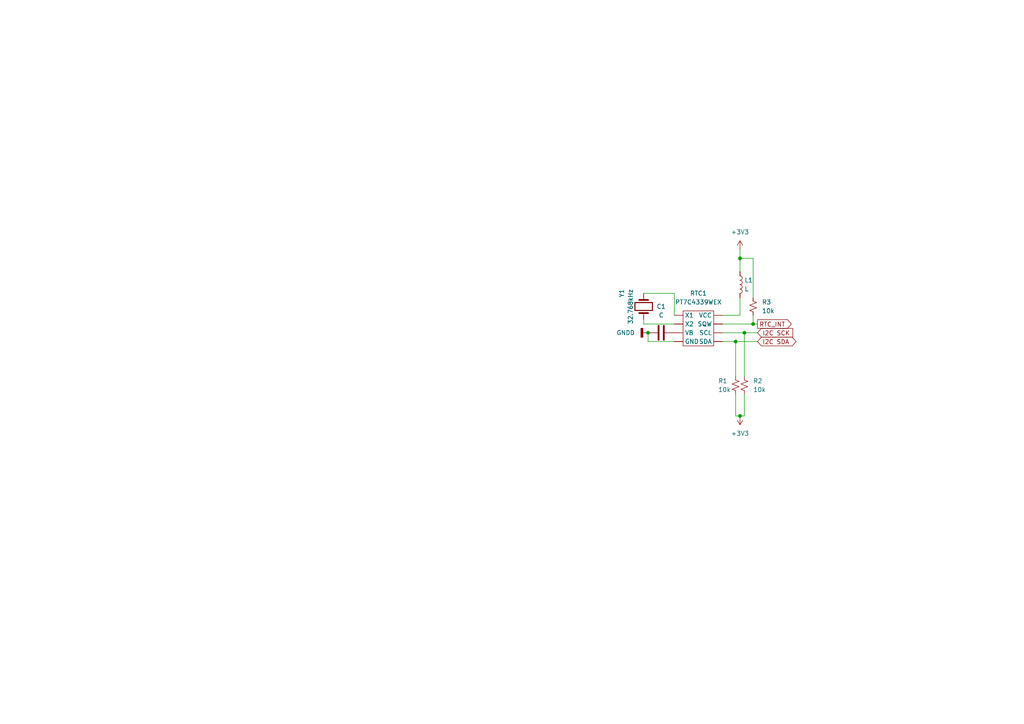
<source format=kicad_sch>
(kicad_sch (version 20211123) (generator eeschema)
  (paper "A4")
  (lib_symbols
    (symbol "Device:C" (pin_numbers hide) (pin_names (offset 0.254))
      (property "Reference" "C" (at 0.635 2.54 0))
      (property "Value" "C" (at 0.635 -2.54 0))
      (symbol "C_0_1"
        (polyline (pts (xy -2.032 -0.762) (xy 2.032 -0.762)) (stroke (width 0.508)))
        (polyline (pts (xy -2.032 0.762) (xy 2.032 0.762)) (stroke (width 0.508)))
      )
      (symbol "C_1_1"
        (pin passive line (at 0 3.81 270) (length 2.794) (name "~") (number "1"))
        (pin passive line (at 0 -3.81 90) (length 2.794) (name "~") (number "2"))
      )
    )
    (symbol "Device:Crystal" (pin_numbers hide) (pin_names (offset 1.016) hide)
      (property "Reference" "Y" (at 0 3.81 0))
      (property "Value" "Crystal" (at 0 -3.81 0))
      (symbol "Crystal_0_1"
        (rectangle (start -1.143 2.54) (end 1.143 -2.54) (stroke (width 0.3048)))
        (polyline (pts (xy -2.54 0) (xy -1.905 0)))
        (polyline (pts (xy -1.905 -1.27) (xy -1.905 1.27)) (stroke (width 0.508)))
        (polyline (pts (xy 1.905 -1.27) (xy 1.905 1.27)) (stroke (width 0.508)))
        (polyline (pts (xy 2.54 0) (xy 1.905 0)))
      )
      (symbol "Crystal_1_1"
        (pin passive line (at -3.81 0 0) (length 1.27) (name "1") (number "1"))
        (pin passive line (at 3.81 0 180) (length 1.27) (name "2") (number "2"))
      )
    )
    (symbol "Device:L" (pin_numbers hide) (pin_names (offset 1.016) hide)
      (property "Reference" "L" (at -1.27 0 90))
      (property "Value" "L" (at 1.905 0 90))
      (symbol "L_0_1"
        (arc (start 0 -2.54) (mid 0.635 -1.905) (end 0 -1.27))
        (arc (start 0 -1.27) (mid 0.635 -0.635) (end 0 0))
        (arc (start 0 0) (mid 0.635 0.635) (end 0 1.27))
        (arc (start 0 1.27) (mid 0.635 1.905) (end 0 2.54))
      )
      (symbol "L_1_1"
        (pin passive line (at 0 3.81 270) (length 1.27) (name "1") (number "1"))
        (pin passive line (at 0 -3.81 90) (length 1.27) (name "2") (number "2"))
      )
    )
    (symbol "Device:R_Small_US" (pin_numbers hide) (pin_names (offset 0.254) hide)
      (property "Reference" "R" (at 0.762 0.508 0))
      (property "Value" "R_Small_US" (at 0.762 -1.016 0))
      (symbol "R_Small_US_1_1"
        (polyline (pts (xy 0 0) (xy 1.016 -0.381) (xy 0 -0.762) (xy -1.016 -1.143) (xy 0 -1.524)))
        (polyline (pts (xy 0 1.524) (xy 1.016 1.143) (xy 0 0.762) (xy -1.016 0.381) (xy 0 0)))
        (pin passive line (at 0 2.54 270) (length 1.016) (name "~") (number "1"))
        (pin passive line (at 0 -2.54 90) (length 1.016) (name "~") (number "2"))
      )
    )
    (symbol "PT7C4339WEX:PT7C4339WEX" (pin_numbers hide)
      (property "Reference" "RTC" (at 0 2.54 0))
      (property "Value" "PT7C4339WEX" (at 0 0 0))
      (symbol "PT7C4339WEX_0_1"
        (rectangle (start 5.08 -12.7) (end -3.81 -2.54))
      )
      (symbol "PT7C4339WEX_1_1"
        (pin input line (at -6.35 -11.43 0) (length 2.54) (name "GND") (number ""))
        (pin input line (at 7.62 -8.89 180) (length 2.54) (name "SCL") (number ""))
        (pin input line (at 7.62 -11.43 180) (length 2.54) (name "SDA") (number ""))
        (pin input line (at 7.62 -6.35 180) (length 2.54) (name "SQW") (number ""))
        (pin input line (at -6.35 -8.89 0) (length 2.54) (name "VB") (number ""))
        (pin input line (at 7.62 -3.81 180) (length 2.54) (name "VCC") (number ""))
        (pin input line (at -6.35 -3.81 0) (length 2.54) (name "X1") (number ""))
        (pin input line (at -6.35 -6.35 0) (length 2.54) (name "X2") (number ""))
      )
    )
    (symbol "power:+3V3" (power) (pin_names (offset 0))
      (property "Value" "+3V3" (at 0 3.556 0))
      (symbol "+3V3_0_1"
        (polyline (pts (xy -0.762 1.27) (xy 0 2.54)))
        (polyline (pts (xy 0 0) (xy 0 2.54)))
        (polyline (pts (xy 0 2.54) (xy 0.762 1.27)))
      )
      (symbol "+3V3_1_1"
        (pin power_in line (at 0 0 90) (length 0) hide (name "+3V3") (number "1"))
      )
    )
    (symbol "power:GNDD" (power) (pin_names (offset 0))
      (property "Value" "GNDD" (at 0 -3.175 0))
      (symbol "GNDD_0_1"
        (rectangle (start -1.27 -1.524) (end 1.27 -2.032) (stroke (width 0.254)) (fill (type outline)))
        (polyline (pts (xy 0 0) (xy 0 -1.524)))
      )
      (symbol "GNDD_1_1"
        (pin power_in line (at 0 0 270) (length 0) hide (name "GNDD") (number "1"))
      )
    )
  )
  (junction (at 214.63 120.65))
  (junction (at 214.63 74.93))
  (junction (at 187.96 96.52))
  (junction (at 215.9 96.52))
  (junction (at 218.44 93.98))
  (junction (at 213.36 99.06))
  (wire (pts (xy 195.58 99.06) (xy 187.96 99.06)))
  (wire (pts (xy 186.69 93.98) (xy 195.58 93.98)))
  (wire (pts (xy 209.55 91.44) (xy 214.63 91.44)))
  (wire (pts (xy 209.55 99.06) (xy 213.36 99.06)))
  (wire (pts (xy 215.9 96.52) (xy 219.71 96.52)))
  (wire (pts (xy 214.63 74.93) (xy 214.63 78.74)))
  (wire (pts (xy 215.9 120.65) (xy 214.63 120.65)))
  (wire (pts (xy 218.44 93.98) (xy 218.44 91.44)))
  (wire (pts (xy 215.9 114.3) (xy 215.9 120.65)))
  (wire (pts (xy 213.36 120.65) (xy 214.63 120.65)))
  (wire (pts (xy 195.58 85.09) (xy 186.69 85.09)))
  (wire (pts (xy 218.44 93.98) (xy 219.71 93.98)))
  (wire (pts (xy 214.63 72.39) (xy 214.63 74.93)))
  (wire (pts (xy 215.9 96.52) (xy 215.9 109.22)))
  (wire (pts (xy 214.63 91.44) (xy 214.63 86.36)))
  (wire (pts (xy 213.36 99.06) (xy 219.71 99.06)))
  (wire (pts (xy 218.44 74.93) (xy 214.63 74.93)))
  (wire (pts (xy 209.55 93.98) (xy 218.44 93.98)))
  (wire (pts (xy 213.36 99.06) (xy 213.36 109.22)))
  (wire (pts (xy 209.55 96.52) (xy 215.9 96.52)))
  (wire (pts (xy 218.44 86.36) (xy 218.44 74.93)))
  (wire (pts (xy 195.58 91.44) (xy 195.58 85.09)))
  (wire (pts (xy 213.36 114.3) (xy 213.36 120.65)))
  (wire (pts (xy 187.96 99.06) (xy 187.96 96.52)))
  (wire (pts (xy 186.69 92.71) (xy 186.69 93.98)))
  (global_label "RTC_INT" (shape output) (at 219.71 93.98 0) (property "Intersheet References" "${INTERSHEET_REFS}" (effects hide)))
  (global_label "I2C SCK" (shape input) (at 219.71 96.52 0) (property "Intersheet References" "${INTERSHEET_REFS}" (effects hide)))
  (global_label "I2C SDA" (shape bidirectional) (at 219.71 99.06 0) (property "Intersheet References" "${INTERSHEET_REFS}" (effects hide)))
  (symbol (lib_id "Device:Crystal") (at 186.69 88.9 90) (unit 1)
    (property "Reference" "Y1" (at 180.34 83.82 0) (effects (justify right)))
    (property "Value" "32.768kHz" (at 182.88 83.82 0) (effects (justify right)))
  )
  (symbol (lib_id "PT7C4339WEX:PT7C4339WEX") (at 201.93 87.63 0) (unit 1)
    (property "Reference" "RTC1" (at 202.565 85.09 0))
    (property "Value" "PT7C4339WEX" (at 202.565 87.63 0))
  )
  (symbol (lib_id "Device:R_Small_US") (at 218.44 88.9 0) (unit 1)
    (property "Reference" "R3" (at 220.98 87.6299 0) (effects (justify left)))
    (property "Value" "10k" (at 220.98 90.1699 0) (effects (justify left)))
  )
  (symbol (lib_id "power:+3V3") (at 214.63 72.39 0) (unit 1)
    (property "Reference" "#PWR?" (effects hide))
    (property "Value" "+3V3" (at 214.63 67.31 0))
  )
  (symbol (lib_id "Device:L") (at 214.63 82.55 0) (unit 1)
    (property "Reference" "L1" (at 215.9 81.2799 0) (effects (justify left)))
    (property "Value" "L" (at 215.9 83.8199 0) (effects (justify left)))
  )
  (symbol (lib_id "Device:R_Small_US") (at 213.36 111.76 180) (unit 1)
    (property "Reference" "R1" (at 208.28 110.49 0) (effects (justify right)))
    (property "Value" "10k" (at 208.28 113.03 0) (effects (justify right)))
  )
  (symbol (lib_id "power:+3V3") (at 214.63 120.65 180) (unit 1)
    (property "Reference" "#PWR?" (effects hide))
    (property "Value" "+3V3" (at 214.63 125.73 0))
  )
  (symbol (lib_id "Device:R_Small_US") (at 215.9 111.76 0) (unit 1)
    (property "Reference" "R2" (at 218.44 110.4899 0) (effects (justify left)))
    (property "Value" "10k" (at 218.44 113.0299 0) (effects (justify left)))
  )
  (symbol (lib_id "power:GNDD") (at 187.96 96.52 270) (unit 1)
    (property "Reference" "#PWR?" (effects hide))
    (property "Value" "GNDD" (at 184.15 96.5199 90) (effects (justify right)))
  )
  (symbol (lib_id "Device:C") (at 191.77 96.52 90) (unit 1)
    (property "Reference" "C1" (at 191.77 88.9 90))
    (property "Value" "C" (at 191.77 91.44 90))
  )
)
</source>
